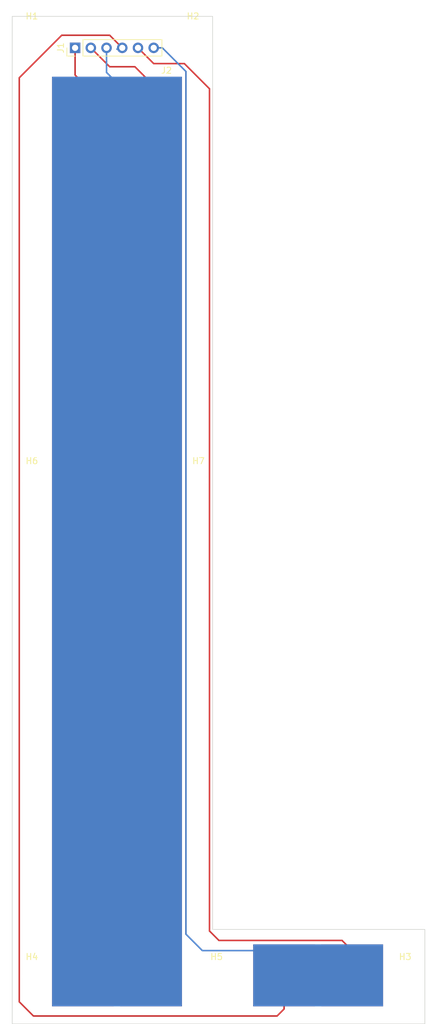
<source format=kicad_pcb>
(kicad_pcb (version 20171130) (host pcbnew "(5.1.12)-1")

  (general
    (thickness 1.6)
    (drawings 1)
    (tracks 28)
    (zones 0)
    (modules 9)
    (nets 7)
  )

  (page A4)
  (layers
    (0 F.Cu signal)
    (31 B.Cu signal)
    (32 B.Adhes user)
    (33 F.Adhes user)
    (34 B.Paste user)
    (35 F.Paste user)
    (36 B.SilkS user)
    (37 F.SilkS user)
    (38 B.Mask user)
    (39 F.Mask user)
    (40 Dwgs.User user)
    (41 Cmts.User user)
    (42 Eco1.User user)
    (43 Eco2.User user)
    (44 Edge.Cuts user)
    (45 Margin user)
    (46 B.CrtYd user)
    (47 F.CrtYd user)
    (48 B.Fab user)
    (49 F.Fab user)
  )

  (setup
    (last_trace_width 0.25)
    (trace_clearance 0.2)
    (zone_clearance 0.508)
    (zone_45_only no)
    (trace_min 0.2)
    (via_size 0.8)
    (via_drill 0.4)
    (via_min_size 0.4)
    (via_min_drill 0.3)
    (uvia_size 0.3)
    (uvia_drill 0.1)
    (uvias_allowed no)
    (uvia_min_size 0.2)
    (uvia_min_drill 0.1)
    (edge_width 0.05)
    (segment_width 0.2)
    (pcb_text_width 0.3)
    (pcb_text_size 1.5 1.5)
    (mod_edge_width 0.12)
    (mod_text_size 1 1)
    (mod_text_width 0.15)
    (pad_size 1.524 1.524)
    (pad_drill 0.762)
    (pad_to_mask_clearance 0)
    (aux_axis_origin 0 0)
    (visible_elements 7FFFFFFF)
    (pcbplotparams
      (layerselection 0x010fc_ffffffff)
      (usegerberextensions false)
      (usegerberattributes true)
      (usegerberadvancedattributes true)
      (creategerberjobfile true)
      (excludeedgelayer true)
      (linewidth 0.100000)
      (plotframeref false)
      (viasonmask false)
      (mode 1)
      (useauxorigin false)
      (hpglpennumber 1)
      (hpglpenspeed 20)
      (hpglpendiameter 15.000000)
      (psnegative false)
      (psa4output false)
      (plotreference true)
      (plotvalue true)
      (plotinvisibletext false)
      (padsonsilk false)
      (subtractmaskfromsilk false)
      (outputformat 1)
      (mirror false)
      (drillshape 1)
      (scaleselection 1)
      (outputdirectory ""))
  )

  (net 0 "")
  (net 1 "Net-(J1-Pad6)")
  (net 2 "Net-(J1-Pad3)")
  (net 3 "Net-(J1-Pad5)")
  (net 4 "Net-(J1-Pad4)")
  (net 5 "Net-(J1-Pad2)")
  (net 6 "Net-(J1-Pad1)")

  (net_class Default "This is the default net class."
    (clearance 0.2)
    (trace_width 0.25)
    (via_dia 0.8)
    (via_drill 0.4)
    (uvia_dia 0.3)
    (uvia_drill 0.1)
    (add_net "Net-(J1-Pad1)")
    (add_net "Net-(J1-Pad2)")
    (add_net "Net-(J1-Pad3)")
    (add_net "Net-(J1-Pad4)")
    (add_net "Net-(J1-Pad5)")
    (add_net "Net-(J1-Pad6)")
  )

  (module MountingHole:MountingHole_2.2mm_M2 (layer F.Cu) (tedit 56D1B4CB) (tstamp 6194EF15)
    (at 75.184 100.33)
    (descr "Mounting Hole 2.2mm, no annular, M2")
    (tags "mounting hole 2.2mm no annular m2")
    (path /6195B4E2)
    (attr virtual)
    (fp_text reference H7 (at 0 -3.2) (layer F.SilkS)
      (effects (font (size 1 1) (thickness 0.15)))
    )
    (fp_text value MountingHole (at 0 3.2) (layer F.Fab)
      (effects (font (size 1 1) (thickness 0.15)))
    )
    (fp_text user %R (at 0.3 0) (layer F.Fab)
      (effects (font (size 1 1) (thickness 0.15)))
    )
    (fp_circle (center 0 0) (end 2.2 0) (layer Cmts.User) (width 0.15))
    (fp_circle (center 0 0) (end 2.45 0) (layer F.CrtYd) (width 0.05))
    (pad 1 np_thru_hole circle (at 0 0) (size 2.2 2.2) (drill 2.2) (layers *.Cu *.Mask))
  )

  (module MountingHole:MountingHole_2.2mm_M2 (layer F.Cu) (tedit 56D1B4CB) (tstamp 6194EF75)
    (at 48.26 100.33)
    (descr "Mounting Hole 2.2mm, no annular, M2")
    (tags "mounting hole 2.2mm no annular m2")
    (path /6195B4DC)
    (attr virtual)
    (fp_text reference H6 (at 0 -3.2) (layer F.SilkS)
      (effects (font (size 1 1) (thickness 0.15)))
    )
    (fp_text value MountingHole (at 0 3.2) (layer F.Fab)
      (effects (font (size 1 1) (thickness 0.15)))
    )
    (fp_text user %R (at -0.189001 0.572999) (layer F.Fab)
      (effects (font (size 1 1) (thickness 0.15)))
    )
    (fp_circle (center 0 0) (end 2.2 0) (layer Cmts.User) (width 0.15))
    (fp_circle (center 0 0) (end 2.45 0) (layer F.CrtYd) (width 0.05))
    (pad 1 np_thru_hole circle (at 0 0) (size 2.2 2.2) (drill 2.2) (layers *.Cu *.Mask))
  )

  (module MountingHole:MountingHole_2.2mm_M2 (layer F.Cu) (tedit 56D1B4CB) (tstamp 6194EC9D)
    (at 78.105 180.34)
    (descr "Mounting Hole 2.2mm, no annular, M2")
    (tags "mounting hole 2.2mm no annular m2")
    (path /61957E7A)
    (attr virtual)
    (fp_text reference H5 (at 0 -3.2) (layer F.SilkS)
      (effects (font (size 1 1) (thickness 0.15)))
    )
    (fp_text value MountingHole (at 0 3.2) (layer F.Fab)
      (effects (font (size 1 1) (thickness 0.15)))
    )
    (fp_text user %R (at 0.3 0) (layer F.Fab)
      (effects (font (size 1 1) (thickness 0.15)))
    )
    (fp_circle (center 0 0) (end 2.2 0) (layer Cmts.User) (width 0.15))
    (fp_circle (center 0 0) (end 2.45 0) (layer F.CrtYd) (width 0.05))
    (pad 1 np_thru_hole circle (at 0 0) (size 2.2 2.2) (drill 2.2) (layers *.Cu *.Mask))
  )

  (module MountingHole:MountingHole_2.2mm_M2 (layer F.Cu) (tedit 56D1B4CB) (tstamp 6194EA0B)
    (at 48.26 180.34)
    (descr "Mounting Hole 2.2mm, no annular, M2")
    (tags "mounting hole 2.2mm no annular m2")
    (path /61954265)
    (attr virtual)
    (fp_text reference H4 (at 0 -3.2) (layer F.SilkS)
      (effects (font (size 1 1) (thickness 0.15)))
    )
    (fp_text value MountingHole (at 0 3.2) (layer F.Fab)
      (effects (font (size 1 1) (thickness 0.15)))
    )
    (fp_text user %R (at 0.3 0) (layer F.Fab)
      (effects (font (size 1 1) (thickness 0.15)))
    )
    (fp_circle (center 0 0) (end 2.2 0) (layer Cmts.User) (width 0.15))
    (fp_circle (center 0 0) (end 2.45 0) (layer F.CrtYd) (width 0.05))
    (pad 1 np_thru_hole circle (at 0 0) (size 2.2 2.2) (drill 2.2) (layers *.Cu *.Mask))
  )

  (module MountingHole:MountingHole_2.2mm_M2 (layer F.Cu) (tedit 56D1B4CB) (tstamp 6194EA03)
    (at 108.585 180.34)
    (descr "Mounting Hole 2.2mm, no annular, M2")
    (tags "mounting hole 2.2mm no annular m2")
    (path /61953FE6)
    (attr virtual)
    (fp_text reference H3 (at 0 -3.2) (layer F.SilkS)
      (effects (font (size 1 1) (thickness 0.15)))
    )
    (fp_text value MountingHole (at 0 3.2) (layer F.Fab)
      (effects (font (size 1 1) (thickness 0.15)))
    )
    (fp_text user %R (at 0.3 0) (layer F.Fab)
      (effects (font (size 1 1) (thickness 0.15)))
    )
    (fp_circle (center 0 0) (end 2.2 0) (layer Cmts.User) (width 0.15))
    (fp_circle (center 0 0) (end 2.45 0) (layer F.CrtYd) (width 0.05))
    (pad 1 np_thru_hole circle (at 0 0) (size 2.2 2.2) (drill 2.2) (layers *.Cu *.Mask))
  )

  (module MountingHole:MountingHole_2.2mm_M2 (layer F.Cu) (tedit 56D1B4CB) (tstamp 6194EA8E)
    (at 74.295 28.575)
    (descr "Mounting Hole 2.2mm, no annular, M2")
    (tags "mounting hole 2.2mm no annular m2")
    (path /619541DC)
    (attr virtual)
    (fp_text reference H2 (at 0 -3.2) (layer F.SilkS)
      (effects (font (size 1 1) (thickness 0.15)))
    )
    (fp_text value MountingHole (at 0 3.2) (layer F.Fab)
      (effects (font (size 1 1) (thickness 0.15)))
    )
    (fp_text user %R (at 0.3 0) (layer F.Fab)
      (effects (font (size 1 1) (thickness 0.15)))
    )
    (fp_circle (center 0 0) (end 2.2 0) (layer Cmts.User) (width 0.15))
    (fp_circle (center 0 0) (end 2.45 0) (layer F.CrtYd) (width 0.05))
    (pad 1 np_thru_hole circle (at 0 0) (size 2.2 2.2) (drill 2.2) (layers *.Cu *.Mask))
  )

  (module MountingHole:MountingHole_2.2mm_M2 (layer F.Cu) (tedit 56D1B4CB) (tstamp 6194E9F3)
    (at 48.26 28.575)
    (descr "Mounting Hole 2.2mm, no annular, M2")
    (tags "mounting hole 2.2mm no annular m2")
    (path /61951BAA)
    (attr virtual)
    (fp_text reference H1 (at 0 -3.2) (layer F.SilkS)
      (effects (font (size 1 1) (thickness 0.15)))
    )
    (fp_text value MountingHole (at 0 3.2) (layer F.Fab)
      (effects (font (size 1 1) (thickness 0.15)))
    )
    (fp_text user %R (at 0.3 0) (layer F.Fab)
      (effects (font (size 1 1) (thickness 0.15)))
    )
    (fp_circle (center 0 0) (end 2.2 0) (layer Cmts.User) (width 0.15))
    (fp_circle (center 0 0) (end 2.45 0) (layer F.CrtYd) (width 0.05))
    (pad 1 np_thru_hole circle (at 0 0) (size 2.2 2.2) (drill 2.2) (layers *.Cu *.Mask))
  )

  (module Connector_PinHeader_2.54mm:PinHeader_1x06_P2.54mm_Vertical (layer F.Cu) (tedit 59FED5CC) (tstamp 6194E49B)
    (at 55.245 30.48 90)
    (descr "Through hole straight pin header, 1x06, 2.54mm pitch, single row")
    (tags "Through hole pin header THT 1x06 2.54mm single row")
    (path /6194706F)
    (fp_text reference J1 (at 0 -2.33 90) (layer F.SilkS)
      (effects (font (size 1 1) (thickness 0.15)))
    )
    (fp_text value Conn_01x06_Female (at 0 15.03 90) (layer F.Fab)
      (effects (font (size 1 1) (thickness 0.15)))
    )
    (fp_text user %R (at 0 6.35) (layer F.Fab)
      (effects (font (size 1 1) (thickness 0.15)))
    )
    (fp_line (start -0.635 -1.27) (end 1.27 -1.27) (layer F.Fab) (width 0.1))
    (fp_line (start 1.27 -1.27) (end 1.27 13.97) (layer F.Fab) (width 0.1))
    (fp_line (start 1.27 13.97) (end -1.27 13.97) (layer F.Fab) (width 0.1))
    (fp_line (start -1.27 13.97) (end -1.27 -0.635) (layer F.Fab) (width 0.1))
    (fp_line (start -1.27 -0.635) (end -0.635 -1.27) (layer F.Fab) (width 0.1))
    (fp_line (start -1.33 14.03) (end 1.33 14.03) (layer F.SilkS) (width 0.12))
    (fp_line (start -1.33 1.27) (end -1.33 14.03) (layer F.SilkS) (width 0.12))
    (fp_line (start 1.33 1.27) (end 1.33 14.03) (layer F.SilkS) (width 0.12))
    (fp_line (start -1.33 1.27) (end 1.33 1.27) (layer F.SilkS) (width 0.12))
    (fp_line (start -1.33 0) (end -1.33 -1.33) (layer F.SilkS) (width 0.12))
    (fp_line (start -1.33 -1.33) (end 0 -1.33) (layer F.SilkS) (width 0.12))
    (fp_line (start -1.8 -1.8) (end -1.8 14.5) (layer F.CrtYd) (width 0.05))
    (fp_line (start -1.8 14.5) (end 1.8 14.5) (layer F.CrtYd) (width 0.05))
    (fp_line (start 1.8 14.5) (end 1.8 -1.8) (layer F.CrtYd) (width 0.05))
    (fp_line (start 1.8 -1.8) (end -1.8 -1.8) (layer F.CrtYd) (width 0.05))
    (pad 6 thru_hole oval (at 0 12.7 90) (size 1.7 1.7) (drill 1) (layers *.Cu *.Mask)
      (net 1 "Net-(J1-Pad6)"))
    (pad 5 thru_hole oval (at 0 10.16 90) (size 1.7 1.7) (drill 1) (layers *.Cu *.Mask)
      (net 3 "Net-(J1-Pad5)"))
    (pad 4 thru_hole oval (at 0 7.62 90) (size 1.7 1.7) (drill 1) (layers *.Cu *.Mask)
      (net 4 "Net-(J1-Pad4)"))
    (pad 3 thru_hole oval (at 0 5.08 90) (size 1.7 1.7) (drill 1) (layers *.Cu *.Mask)
      (net 2 "Net-(J1-Pad3)"))
    (pad 2 thru_hole oval (at 0 2.54 90) (size 1.7 1.7) (drill 1) (layers *.Cu *.Mask)
      (net 5 "Net-(J1-Pad2)"))
    (pad 1 thru_hole rect (at 0 0 90) (size 1.7 1.7) (drill 1) (layers *.Cu *.Mask)
      (net 6 "Net-(J1-Pad1)"))
    (model ${KISYS3DMOD}/Connector_PinHeader_2.54mm.3dshapes/PinHeader_1x06_P2.54mm_Vertical.wrl
      (at (xyz 0 0 0))
      (scale (xyz 1 1 1))
      (rotate (xyz 0 0 0))
    )
  )

  (module "prototype probe:Cap-Electrode" (layer F.Cu) (tedit 61947EE6) (tstamp 6194E4A5)
    (at 62.014999 35.134999)
    (path /6194CB1D)
    (fp_text reference J2 (at 8 -1) (layer F.SilkS)
      (effects (font (size 1 1) (thickness 0.15)))
    )
    (fp_text value Conn_01x03_Male (at -3 -2) (layer F.Fab)
      (effects (font (size 1 1) (thickness 0.15)))
    )
    (pad 6 smd custom (at 32.5 141 180) (size 1 1) (layers B.Cu)
      (net 1 "Net-(J1-Pad6)") (zone_connect 0)
      (options (clearance outline) (anchor rect))
      (primitives
        (gr_poly (pts
           (xy 10.5 1) (xy 10.5 -9) (xy -10.5 -9) (xy -10.5 1)) (width 0))
      ))
    (pad 3 smd custom (at 0 1 180) (size 1 1) (layers B.Cu)
      (net 2 "Net-(J1-Pad3)") (zone_connect 0)
      (options (clearance outline) (anchor rect))
      (primitives
        (gr_poly (pts
           (xy 10.5 1) (xy 10.5 -149) (xy -10.5 -149) (xy -10.5 1)) (width 0))
      ))
    (pad 5 smd custom (at 38 141) (size 1 1) (layers F.Cu)
      (net 3 "Net-(J1-Pad5)") (zone_connect 0)
      (options (clearance outline) (anchor rect))
      (primitives
        (gr_poly (pts
           (xy 5 -1) (xy 5 9) (xy -5 9) (xy -5 -1)) (width 0))
      ))
    (pad 4 smd custom (at 27 141) (size 1 1) (layers F.Cu)
      (net 4 "Net-(J1-Pad4)") (zone_connect 0)
      (options (clearance outline) (anchor rect))
      (primitives
        (gr_poly (pts
           (xy 5 -1) (xy 5 9) (xy -5 9) (xy -5 -1)) (width 0))
      ))
    (pad 1 smd custom (at -5.5 1) (size 1 1) (layers F.Cu)
      (net 6 "Net-(J1-Pad1)") (zone_connect 0)
      (options (clearance outline) (anchor rect))
      (primitives
        (gr_poly (pts
           (xy 5 -1) (xy 5 149) (xy -5 149) (xy -5 -1)) (width 0))
      ))
    (pad 2 smd custom (at 5.5 1) (size 1 1) (layers F.Cu)
      (net 5 "Net-(J1-Pad2)") (zone_connect 0)
      (options (clearance outline) (anchor rect))
      (primitives
        (gr_poly (pts
           (xy 5 -1) (xy 5 149) (xy -5 149) (xy -5 -1)) (width 0))
      ))
  )

  (gr_poly (pts (xy 77.47 172.72) (xy 111.76 172.72) (xy 111.76 187.96) (xy 45.085 187.96) (xy 45.085 25.4) (xy 77.47 25.4)) (layer Edge.Cuts) (width 0.1))

  (segment (start 69.342 30.48) (end 67.945 30.48) (width 0.25) (layer B.Cu) (net 1))
  (segment (start 73.152 34.29) (end 69.342 30.48) (width 0.25) (layer B.Cu) (net 1))
  (segment (start 73.152 173.482) (end 73.152 34.29) (width 0.25) (layer B.Cu) (net 1))
  (segment (start 75.804999 176.134999) (end 73.152 173.482) (width 0.25) (layer B.Cu) (net 1))
  (segment (start 94.514999 176.134999) (end 75.804999 176.134999) (width 0.25) (layer B.Cu) (net 1))
  (segment (start 60.325 34.445) (end 62.014999 36.134999) (width 0.25) (layer B.Cu) (net 2))
  (segment (start 60.325 30.48) (end 60.325 34.445) (width 0.25) (layer B.Cu) (net 2))
  (segment (start 67.945 33.02) (end 65.405 30.48) (width 0.25) (layer F.Cu) (net 3))
  (segment (start 76.962 37.084) (end 72.898 33.02) (width 0.25) (layer F.Cu) (net 3))
  (segment (start 76.962 172.974) (end 76.962 37.084) (width 0.25) (layer F.Cu) (net 3))
  (segment (start 72.898 33.02) (end 67.945 33.02) (width 0.25) (layer F.Cu) (net 3))
  (segment (start 98.378 174.498) (end 78.486 174.498) (width 0.25) (layer F.Cu) (net 3))
  (segment (start 78.486 174.498) (end 76.962 172.974) (width 0.25) (layer F.Cu) (net 3))
  (segment (start 100.014999 176.134999) (end 98.378 174.498) (width 0.25) (layer F.Cu) (net 3))
  (segment (start 62.014999 30.695001) (end 62.23 30.48) (width 0.25) (layer B.Cu) (net 4))
  (segment (start 60.833 28.448) (end 62.865 30.48) (width 0.25) (layer F.Cu) (net 4))
  (segment (start 46.228 35.306) (end 53.086 28.448) (width 0.25) (layer F.Cu) (net 4))
  (segment (start 46.228 184.404) (end 46.228 35.306) (width 0.25) (layer F.Cu) (net 4))
  (segment (start 48.514 186.69) (end 46.228 184.404) (width 0.25) (layer F.Cu) (net 4))
  (segment (start 87.884 186.69) (end 48.514 186.69) (width 0.25) (layer F.Cu) (net 4))
  (segment (start 53.086 28.448) (end 60.833 28.448) (width 0.25) (layer F.Cu) (net 4))
  (segment (start 89.014999 185.559001) (end 87.884 186.69) (width 0.25) (layer F.Cu) (net 4))
  (segment (start 89.014999 176.134999) (end 89.014999 185.559001) (width 0.25) (layer F.Cu) (net 4))
  (segment (start 67.514999 36.134999) (end 64.908 33.528) (width 0.25) (layer F.Cu) (net 5))
  (segment (start 60.833 33.528) (end 57.785 30.48) (width 0.25) (layer F.Cu) (net 5))
  (segment (start 64.908 33.528) (end 60.833 33.528) (width 0.25) (layer F.Cu) (net 5))
  (segment (start 55.245 34.865) (end 56.514999 36.134999) (width 0.25) (layer F.Cu) (net 6))
  (segment (start 55.245 30.48) (end 55.245 34.865) (width 0.25) (layer F.Cu) (net 6))

)

</source>
